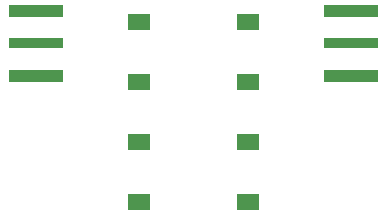
<source format=gbr>
%TF.GenerationSoftware,KiCad,Pcbnew,7.0.8*%
%TF.CreationDate,2024-03-05T13:27:25-05:00*%
%TF.ProjectId,NewLow,4e65774c-6f77-42e6-9b69-6361645f7063,rev?*%
%TF.SameCoordinates,Original*%
%TF.FileFunction,Paste,Top*%
%TF.FilePolarity,Positive*%
%FSLAX46Y46*%
G04 Gerber Fmt 4.6, Leading zero omitted, Abs format (unit mm)*
G04 Created by KiCad (PCBNEW 7.0.8) date 2024-03-05 13:27:25*
%MOMM*%
%LPD*%
G01*
G04 APERTURE LIST*
%ADD10R,1.889000X1.422400*%
%ADD11R,4.560000X0.850000*%
%ADD12R,4.560000X1.000000*%
G04 APERTURE END LIST*
D10*
%TO.C,REF\u002A\u002A*%
X82267300Y-61722000D03*
X91468700Y-61722000D03*
X82267300Y-66802000D03*
X91468700Y-66802000D03*
X82267300Y-71882000D03*
X91468700Y-71882000D03*
X82267300Y-76962000D03*
X91468700Y-76962000D03*
%TD*%
D11*
%TO.C,REF\u002A\u002A*%
X73546500Y-63502750D03*
D12*
X73546500Y-60732750D03*
X73546500Y-66272750D03*
%TD*%
D11*
%TO.C,REF\u002A\u002A*%
X100189500Y-63497250D03*
D12*
X100189500Y-66267250D03*
X100189500Y-60727250D03*
%TD*%
M02*

</source>
